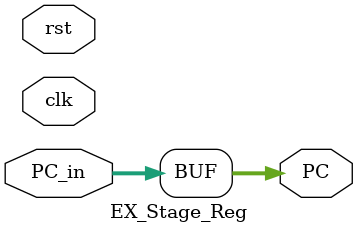
<source format=v>
module EX_Stage_Reg(
	input clk,
	input rst,
	input[31:0] PC_in,
	output reg[31:0] PC
);
	always @(clk, rst) PC <= PC_in;
endmodule


</source>
